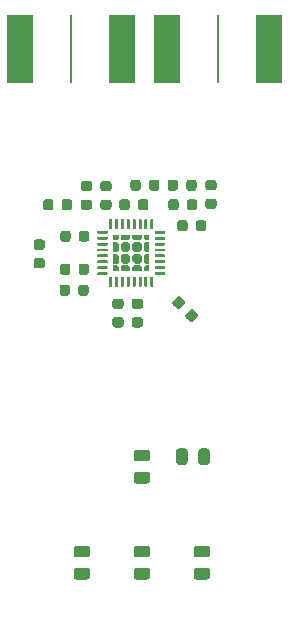
<source format=gbr>
G04 #@! TF.GenerationSoftware,KiCad,Pcbnew,(5.1.6)-1*
G04 #@! TF.CreationDate,2020-10-21T16:40:03-04:00*
G04 #@! TF.ProjectId,SAR_pcb,5341525f-7063-4622-9e6b-696361645f70,rev?*
G04 #@! TF.SameCoordinates,Original*
G04 #@! TF.FileFunction,Paste,Top*
G04 #@! TF.FilePolarity,Positive*
%FSLAX46Y46*%
G04 Gerber Fmt 4.6, Leading zero omitted, Abs format (unit mm)*
G04 Created by KiCad (PCBNEW (5.1.6)-1) date 2020-10-21 16:40:03*
%MOMM*%
%LPD*%
G01*
G04 APERTURE LIST*
%ADD10R,2.286000X5.842000*%
%ADD11R,0.141224X5.842000*%
%ADD12C,0.100000*%
G04 APERTURE END LIST*
G04 #@! TO.C,R7*
G36*
G01*
X141683450Y-92969700D02*
X141170950Y-92969700D01*
G75*
G02*
X140952200Y-92750950I0J218750D01*
G01*
X140952200Y-92313450D01*
G75*
G02*
X141170950Y-92094700I218750J0D01*
G01*
X141683450Y-92094700D01*
G75*
G02*
X141902200Y-92313450I0J-218750D01*
G01*
X141902200Y-92750950D01*
G75*
G02*
X141683450Y-92969700I-218750J0D01*
G01*
G37*
G36*
G01*
X141683450Y-94544700D02*
X141170950Y-94544700D01*
G75*
G02*
X140952200Y-94325950I0J218750D01*
G01*
X140952200Y-93888450D01*
G75*
G02*
X141170950Y-93669700I218750J0D01*
G01*
X141683450Y-93669700D01*
G75*
G02*
X141902200Y-93888450I0J-218750D01*
G01*
X141902200Y-94325950D01*
G75*
G02*
X141683450Y-94544700I-218750J0D01*
G01*
G37*
G04 #@! TD*
G04 #@! TO.C,R5*
G36*
G01*
X147322250Y-88016500D02*
X146809750Y-88016500D01*
G75*
G02*
X146591000Y-87797750I0J218750D01*
G01*
X146591000Y-87360250D01*
G75*
G02*
X146809750Y-87141500I218750J0D01*
G01*
X147322250Y-87141500D01*
G75*
G02*
X147541000Y-87360250I0J-218750D01*
G01*
X147541000Y-87797750D01*
G75*
G02*
X147322250Y-88016500I-218750J0D01*
G01*
G37*
G36*
G01*
X147322250Y-89591500D02*
X146809750Y-89591500D01*
G75*
G02*
X146591000Y-89372750I0J218750D01*
G01*
X146591000Y-88935250D01*
G75*
G02*
X146809750Y-88716500I218750J0D01*
G01*
X147322250Y-88716500D01*
G75*
G02*
X147541000Y-88935250I0J-218750D01*
G01*
X147541000Y-89372750D01*
G75*
G02*
X147322250Y-89591500I-218750J0D01*
G01*
G37*
G04 #@! TD*
G04 #@! TO.C,R4*
G36*
G01*
X145158750Y-88716500D02*
X145671250Y-88716500D01*
G75*
G02*
X145890000Y-88935250I0J-218750D01*
G01*
X145890000Y-89372750D01*
G75*
G02*
X145671250Y-89591500I-218750J0D01*
G01*
X145158750Y-89591500D01*
G75*
G02*
X144940000Y-89372750I0J218750D01*
G01*
X144940000Y-88935250D01*
G75*
G02*
X145158750Y-88716500I218750J0D01*
G01*
G37*
G36*
G01*
X145158750Y-87141500D02*
X145671250Y-87141500D01*
G75*
G02*
X145890000Y-87360250I0J-218750D01*
G01*
X145890000Y-87797750D01*
G75*
G02*
X145671250Y-88016500I-218750J0D01*
G01*
X145158750Y-88016500D01*
G75*
G02*
X144940000Y-87797750I0J218750D01*
G01*
X144940000Y-87360250D01*
G75*
G02*
X145158750Y-87141500I218750J0D01*
G01*
G37*
G04 #@! TD*
G04 #@! TO.C,R3*
G36*
G01*
X150718000Y-87759250D02*
X150718000Y-87246750D01*
G75*
G02*
X150936750Y-87028000I218750J0D01*
G01*
X151374250Y-87028000D01*
G75*
G02*
X151593000Y-87246750I0J-218750D01*
G01*
X151593000Y-87759250D01*
G75*
G02*
X151374250Y-87978000I-218750J0D01*
G01*
X150936750Y-87978000D01*
G75*
G02*
X150718000Y-87759250I0J218750D01*
G01*
G37*
G36*
G01*
X149143000Y-87759250D02*
X149143000Y-87246750D01*
G75*
G02*
X149361750Y-87028000I218750J0D01*
G01*
X149799250Y-87028000D01*
G75*
G02*
X150018000Y-87246750I0J-218750D01*
G01*
X150018000Y-87759250D01*
G75*
G02*
X149799250Y-87978000I-218750J0D01*
G01*
X149361750Y-87978000D01*
G75*
G02*
X149143000Y-87759250I0J218750D01*
G01*
G37*
G04 #@! TD*
G04 #@! TO.C,R2*
G36*
G01*
X153867500Y-87759250D02*
X153867500Y-87246750D01*
G75*
G02*
X154086250Y-87028000I218750J0D01*
G01*
X154523750Y-87028000D01*
G75*
G02*
X154742500Y-87246750I0J-218750D01*
G01*
X154742500Y-87759250D01*
G75*
G02*
X154523750Y-87978000I-218750J0D01*
G01*
X154086250Y-87978000D01*
G75*
G02*
X153867500Y-87759250I0J218750D01*
G01*
G37*
G36*
G01*
X152292500Y-87759250D02*
X152292500Y-87246750D01*
G75*
G02*
X152511250Y-87028000I218750J0D01*
G01*
X152948750Y-87028000D01*
G75*
G02*
X153167500Y-87246750I0J-218750D01*
G01*
X153167500Y-87759250D01*
G75*
G02*
X152948750Y-87978000I-218750J0D01*
G01*
X152511250Y-87978000D01*
G75*
G02*
X152292500Y-87759250I0J218750D01*
G01*
G37*
G04 #@! TD*
G04 #@! TO.C,R1*
G36*
G01*
X149780500Y-89410250D02*
X149780500Y-88897750D01*
G75*
G02*
X149999250Y-88679000I218750J0D01*
G01*
X150436750Y-88679000D01*
G75*
G02*
X150655500Y-88897750I0J-218750D01*
G01*
X150655500Y-89410250D01*
G75*
G02*
X150436750Y-89629000I-218750J0D01*
G01*
X149999250Y-89629000D01*
G75*
G02*
X149780500Y-89410250I0J218750D01*
G01*
G37*
G36*
G01*
X148205500Y-89410250D02*
X148205500Y-88897750D01*
G75*
G02*
X148424250Y-88679000I218750J0D01*
G01*
X148861750Y-88679000D01*
G75*
G02*
X149080500Y-88897750I0J-218750D01*
G01*
X149080500Y-89410250D01*
G75*
G02*
X148861750Y-89629000I-218750J0D01*
G01*
X148424250Y-89629000D01*
G75*
G02*
X148205500Y-89410250I0J218750D01*
G01*
G37*
G04 #@! TD*
G04 #@! TO.C,L2*
G36*
G01*
X142626500Y-88897750D02*
X142626500Y-89410250D01*
G75*
G02*
X142407750Y-89629000I-218750J0D01*
G01*
X141970250Y-89629000D01*
G75*
G02*
X141751500Y-89410250I0J218750D01*
G01*
X141751500Y-88897750D01*
G75*
G02*
X141970250Y-88679000I218750J0D01*
G01*
X142407750Y-88679000D01*
G75*
G02*
X142626500Y-88897750I0J-218750D01*
G01*
G37*
G36*
G01*
X144201500Y-88897750D02*
X144201500Y-89410250D01*
G75*
G02*
X143982750Y-89629000I-218750J0D01*
G01*
X143545250Y-89629000D01*
G75*
G02*
X143326500Y-89410250I0J218750D01*
G01*
X143326500Y-88897750D01*
G75*
G02*
X143545250Y-88679000I218750J0D01*
G01*
X143982750Y-88679000D01*
G75*
G02*
X144201500Y-88897750I0J-218750D01*
G01*
G37*
G04 #@! TD*
G04 #@! TO.C,C21*
G36*
G01*
X149476750Y-98673500D02*
X149989250Y-98673500D01*
G75*
G02*
X150208000Y-98892250I0J-218750D01*
G01*
X150208000Y-99329750D01*
G75*
G02*
X149989250Y-99548500I-218750J0D01*
G01*
X149476750Y-99548500D01*
G75*
G02*
X149258000Y-99329750I0J218750D01*
G01*
X149258000Y-98892250D01*
G75*
G02*
X149476750Y-98673500I218750J0D01*
G01*
G37*
G36*
G01*
X149476750Y-97098500D02*
X149989250Y-97098500D01*
G75*
G02*
X150208000Y-97317250I0J-218750D01*
G01*
X150208000Y-97754750D01*
G75*
G02*
X149989250Y-97973500I-218750J0D01*
G01*
X149476750Y-97973500D01*
G75*
G02*
X149258000Y-97754750I0J218750D01*
G01*
X149258000Y-97317250D01*
G75*
G02*
X149476750Y-97098500I218750J0D01*
G01*
G37*
G04 #@! TD*
G04 #@! TO.C,C20*
G36*
G01*
X153835939Y-98419931D02*
X154198331Y-98057538D01*
G75*
G02*
X154507691Y-98057538I154680J-154680D01*
G01*
X154817050Y-98366897D01*
G75*
G02*
X154817050Y-98676257I-154680J-154680D01*
G01*
X154454657Y-99038650D01*
G75*
G02*
X154145297Y-99038650I-154680J154680D01*
G01*
X153835938Y-98729291D01*
G75*
G02*
X153835938Y-98419931I154680J154680D01*
G01*
G37*
G36*
G01*
X152722245Y-97306237D02*
X153084637Y-96943844D01*
G75*
G02*
X153393997Y-96943844I154680J-154680D01*
G01*
X153703356Y-97253203D01*
G75*
G02*
X153703356Y-97562563I-154680J-154680D01*
G01*
X153340963Y-97924956D01*
G75*
G02*
X153031603Y-97924956I-154680J154680D01*
G01*
X152722244Y-97615597D01*
G75*
G02*
X152722244Y-97306237I154680J154680D01*
G01*
G37*
G04 #@! TD*
G04 #@! TO.C,C19*
G36*
G01*
X147825750Y-98673500D02*
X148338250Y-98673500D01*
G75*
G02*
X148557000Y-98892250I0J-218750D01*
G01*
X148557000Y-99329750D01*
G75*
G02*
X148338250Y-99548500I-218750J0D01*
G01*
X147825750Y-99548500D01*
G75*
G02*
X147607000Y-99329750I0J218750D01*
G01*
X147607000Y-98892250D01*
G75*
G02*
X147825750Y-98673500I218750J0D01*
G01*
G37*
G36*
G01*
X147825750Y-97098500D02*
X148338250Y-97098500D01*
G75*
G02*
X148557000Y-97317250I0J-218750D01*
G01*
X148557000Y-97754750D01*
G75*
G02*
X148338250Y-97973500I-218750J0D01*
G01*
X147825750Y-97973500D01*
G75*
G02*
X147607000Y-97754750I0J218750D01*
G01*
X147607000Y-97317250D01*
G75*
G02*
X147825750Y-97098500I218750J0D01*
G01*
G37*
G04 #@! TD*
G04 #@! TO.C,C18*
G36*
G01*
X144023500Y-96136750D02*
X144023500Y-96649250D01*
G75*
G02*
X143804750Y-96868000I-218750J0D01*
G01*
X143367250Y-96868000D01*
G75*
G02*
X143148500Y-96649250I0J218750D01*
G01*
X143148500Y-96136750D01*
G75*
G02*
X143367250Y-95918000I218750J0D01*
G01*
X143804750Y-95918000D01*
G75*
G02*
X144023500Y-96136750I0J-218750D01*
G01*
G37*
G36*
G01*
X145598500Y-96136750D02*
X145598500Y-96649250D01*
G75*
G02*
X145379750Y-96868000I-218750J0D01*
G01*
X144942250Y-96868000D01*
G75*
G02*
X144723500Y-96649250I0J218750D01*
G01*
X144723500Y-96136750D01*
G75*
G02*
X144942250Y-95918000I218750J0D01*
G01*
X145379750Y-95918000D01*
G75*
G02*
X145598500Y-96136750I0J-218750D01*
G01*
G37*
G04 #@! TD*
G04 #@! TO.C,C17*
G36*
G01*
X154680500Y-91188250D02*
X154680500Y-90675750D01*
G75*
G02*
X154899250Y-90457000I218750J0D01*
G01*
X155336750Y-90457000D01*
G75*
G02*
X155555500Y-90675750I0J-218750D01*
G01*
X155555500Y-91188250D01*
G75*
G02*
X155336750Y-91407000I-218750J0D01*
G01*
X154899250Y-91407000D01*
G75*
G02*
X154680500Y-91188250I0J218750D01*
G01*
G37*
G36*
G01*
X153105500Y-91188250D02*
X153105500Y-90675750D01*
G75*
G02*
X153324250Y-90457000I218750J0D01*
G01*
X153761750Y-90457000D01*
G75*
G02*
X153980500Y-90675750I0J-218750D01*
G01*
X153980500Y-91188250D01*
G75*
G02*
X153761750Y-91407000I-218750J0D01*
G01*
X153324250Y-91407000D01*
G75*
G02*
X153105500Y-91188250I0J218750D01*
G01*
G37*
G04 #@! TD*
G04 #@! TO.C,C15*
G36*
G01*
X144051153Y-94358750D02*
X144051153Y-94871250D01*
G75*
G02*
X143832403Y-95090000I-218750J0D01*
G01*
X143394903Y-95090000D01*
G75*
G02*
X143176153Y-94871250I0J218750D01*
G01*
X143176153Y-94358750D01*
G75*
G02*
X143394903Y-94140000I218750J0D01*
G01*
X143832403Y-94140000D01*
G75*
G02*
X144051153Y-94358750I0J-218750D01*
G01*
G37*
G36*
G01*
X145626153Y-94358750D02*
X145626153Y-94871250D01*
G75*
G02*
X145407403Y-95090000I-218750J0D01*
G01*
X144969903Y-95090000D01*
G75*
G02*
X144751153Y-94871250I0J218750D01*
G01*
X144751153Y-94358750D01*
G75*
G02*
X144969903Y-94140000I218750J0D01*
G01*
X145407403Y-94140000D01*
G75*
G02*
X145626153Y-94358750I0J-218750D01*
G01*
G37*
G04 #@! TD*
G04 #@! TO.C,C14*
G36*
G01*
X153918500Y-89410250D02*
X153918500Y-88897750D01*
G75*
G02*
X154137250Y-88679000I218750J0D01*
G01*
X154574750Y-88679000D01*
G75*
G02*
X154793500Y-88897750I0J-218750D01*
G01*
X154793500Y-89410250D01*
G75*
G02*
X154574750Y-89629000I-218750J0D01*
G01*
X154137250Y-89629000D01*
G75*
G02*
X153918500Y-89410250I0J218750D01*
G01*
G37*
G36*
G01*
X152343500Y-89410250D02*
X152343500Y-88897750D01*
G75*
G02*
X152562250Y-88679000I218750J0D01*
G01*
X152999750Y-88679000D01*
G75*
G02*
X153218500Y-88897750I0J-218750D01*
G01*
X153218500Y-89410250D01*
G75*
G02*
X152999750Y-89629000I-218750J0D01*
G01*
X152562250Y-89629000D01*
G75*
G02*
X152343500Y-89410250I0J218750D01*
G01*
G37*
G04 #@! TD*
G04 #@! TO.C,C13*
G36*
G01*
X144074500Y-91564750D02*
X144074500Y-92077250D01*
G75*
G02*
X143855750Y-92296000I-218750J0D01*
G01*
X143418250Y-92296000D01*
G75*
G02*
X143199500Y-92077250I0J218750D01*
G01*
X143199500Y-91564750D01*
G75*
G02*
X143418250Y-91346000I218750J0D01*
G01*
X143855750Y-91346000D01*
G75*
G02*
X144074500Y-91564750I0J-218750D01*
G01*
G37*
G36*
G01*
X145649500Y-91564750D02*
X145649500Y-92077250D01*
G75*
G02*
X145430750Y-92296000I-218750J0D01*
G01*
X144993250Y-92296000D01*
G75*
G02*
X144774500Y-92077250I0J218750D01*
G01*
X144774500Y-91564750D01*
G75*
G02*
X144993250Y-91346000I218750J0D01*
G01*
X145430750Y-91346000D01*
G75*
G02*
X145649500Y-91564750I0J-218750D01*
G01*
G37*
G04 #@! TD*
D10*
G04 #@! TO.C,J10*
X152273000Y-75996021D03*
X160909000Y-75996021D03*
D11*
X156591000Y-75996021D03*
G04 #@! TD*
D10*
G04 #@! TO.C,J9*
X139827000Y-75984100D03*
X148463000Y-75984100D03*
D11*
X144145000Y-75984100D03*
G04 #@! TD*
G04 #@! TO.C,C1*
G36*
G01*
X154737750Y-118033500D02*
X155650250Y-118033500D01*
G75*
G02*
X155894000Y-118277250I0J-243750D01*
G01*
X155894000Y-118764750D01*
G75*
G02*
X155650250Y-119008500I-243750J0D01*
G01*
X154737750Y-119008500D01*
G75*
G02*
X154494000Y-118764750I0J243750D01*
G01*
X154494000Y-118277250D01*
G75*
G02*
X154737750Y-118033500I243750J0D01*
G01*
G37*
G36*
G01*
X154737750Y-119908500D02*
X155650250Y-119908500D01*
G75*
G02*
X155894000Y-120152250I0J-243750D01*
G01*
X155894000Y-120639750D01*
G75*
G02*
X155650250Y-120883500I-243750J0D01*
G01*
X154737750Y-120883500D01*
G75*
G02*
X154494000Y-120639750I0J243750D01*
G01*
X154494000Y-120152250D01*
G75*
G02*
X154737750Y-119908500I243750J0D01*
G01*
G37*
G04 #@! TD*
G04 #@! TO.C,C2*
G36*
G01*
X149657750Y-119908500D02*
X150570250Y-119908500D01*
G75*
G02*
X150814000Y-120152250I0J-243750D01*
G01*
X150814000Y-120639750D01*
G75*
G02*
X150570250Y-120883500I-243750J0D01*
G01*
X149657750Y-120883500D01*
G75*
G02*
X149414000Y-120639750I0J243750D01*
G01*
X149414000Y-120152250D01*
G75*
G02*
X149657750Y-119908500I243750J0D01*
G01*
G37*
G36*
G01*
X149657750Y-118033500D02*
X150570250Y-118033500D01*
G75*
G02*
X150814000Y-118277250I0J-243750D01*
G01*
X150814000Y-118764750D01*
G75*
G02*
X150570250Y-119008500I-243750J0D01*
G01*
X149657750Y-119008500D01*
G75*
G02*
X149414000Y-118764750I0J243750D01*
G01*
X149414000Y-118277250D01*
G75*
G02*
X149657750Y-118033500I243750J0D01*
G01*
G37*
G04 #@! TD*
G04 #@! TO.C,C3*
G36*
G01*
X144577750Y-119908500D02*
X145490250Y-119908500D01*
G75*
G02*
X145734000Y-120152250I0J-243750D01*
G01*
X145734000Y-120639750D01*
G75*
G02*
X145490250Y-120883500I-243750J0D01*
G01*
X144577750Y-120883500D01*
G75*
G02*
X144334000Y-120639750I0J243750D01*
G01*
X144334000Y-120152250D01*
G75*
G02*
X144577750Y-119908500I243750J0D01*
G01*
G37*
G36*
G01*
X144577750Y-118033500D02*
X145490250Y-118033500D01*
G75*
G02*
X145734000Y-118277250I0J-243750D01*
G01*
X145734000Y-118764750D01*
G75*
G02*
X145490250Y-119008500I-243750J0D01*
G01*
X144577750Y-119008500D01*
G75*
G02*
X144334000Y-118764750I0J243750D01*
G01*
X144334000Y-118277250D01*
G75*
G02*
X144577750Y-118033500I243750J0D01*
G01*
G37*
G04 #@! TD*
G04 #@! TO.C,C16*
G36*
G01*
X154882000Y-110946250D02*
X154882000Y-110033750D01*
G75*
G02*
X155125750Y-109790000I243750J0D01*
G01*
X155613250Y-109790000D01*
G75*
G02*
X155857000Y-110033750I0J-243750D01*
G01*
X155857000Y-110946250D01*
G75*
G02*
X155613250Y-111190000I-243750J0D01*
G01*
X155125750Y-111190000D01*
G75*
G02*
X154882000Y-110946250I0J243750D01*
G01*
G37*
G36*
G01*
X153007000Y-110946250D02*
X153007000Y-110033750D01*
G75*
G02*
X153250750Y-109790000I243750J0D01*
G01*
X153738250Y-109790000D01*
G75*
G02*
X153982000Y-110033750I0J-243750D01*
G01*
X153982000Y-110946250D01*
G75*
G02*
X153738250Y-111190000I-243750J0D01*
G01*
X153250750Y-111190000D01*
G75*
G02*
X153007000Y-110946250I0J243750D01*
G01*
G37*
G04 #@! TD*
G04 #@! TO.C,L1*
G36*
G01*
X155699750Y-87065500D02*
X156212250Y-87065500D01*
G75*
G02*
X156431000Y-87284250I0J-218750D01*
G01*
X156431000Y-87721750D01*
G75*
G02*
X156212250Y-87940500I-218750J0D01*
G01*
X155699750Y-87940500D01*
G75*
G02*
X155481000Y-87721750I0J218750D01*
G01*
X155481000Y-87284250D01*
G75*
G02*
X155699750Y-87065500I218750J0D01*
G01*
G37*
G36*
G01*
X155699750Y-88640500D02*
X156212250Y-88640500D01*
G75*
G02*
X156431000Y-88859250I0J-218750D01*
G01*
X156431000Y-89296750D01*
G75*
G02*
X156212250Y-89515500I-218750J0D01*
G01*
X155699750Y-89515500D01*
G75*
G02*
X155481000Y-89296750I0J218750D01*
G01*
X155481000Y-88859250D01*
G75*
G02*
X155699750Y-88640500I218750J0D01*
G01*
G37*
G04 #@! TD*
G04 #@! TO.C,R6*
G36*
G01*
X150570250Y-112755500D02*
X149657750Y-112755500D01*
G75*
G02*
X149414000Y-112511750I0J243750D01*
G01*
X149414000Y-112024250D01*
G75*
G02*
X149657750Y-111780500I243750J0D01*
G01*
X150570250Y-111780500D01*
G75*
G02*
X150814000Y-112024250I0J-243750D01*
G01*
X150814000Y-112511750D01*
G75*
G02*
X150570250Y-112755500I-243750J0D01*
G01*
G37*
G36*
G01*
X150570250Y-110880500D02*
X149657750Y-110880500D01*
G75*
G02*
X149414000Y-110636750I0J243750D01*
G01*
X149414000Y-110149250D01*
G75*
G02*
X149657750Y-109905500I243750J0D01*
G01*
X150570250Y-109905500D01*
G75*
G02*
X150814000Y-110149250I0J-243750D01*
G01*
X150814000Y-110636750D01*
G75*
G02*
X150570250Y-110880500I-243750J0D01*
G01*
G37*
G04 #@! TD*
G04 #@! TO.C,U2*
G36*
G01*
X148301567Y-92934797D02*
X148301567Y-92531683D01*
G75*
G02*
X148503123Y-92330127I201556J0D01*
G01*
X148906237Y-92330127D01*
G75*
G02*
X149107793Y-92531683I0J-201556D01*
G01*
X149107793Y-92934797D01*
G75*
G02*
X148906237Y-93136353I-201556J0D01*
G01*
X148503123Y-93136353D01*
G75*
G02*
X148301567Y-92934797I0J201556D01*
G01*
G37*
G36*
G01*
X148301567Y-93934797D02*
X148301567Y-93531683D01*
G75*
G02*
X148503123Y-93330127I201556J0D01*
G01*
X148906237Y-93330127D01*
G75*
G02*
X149107793Y-93531683I0J-201556D01*
G01*
X149107793Y-93934797D01*
G75*
G02*
X148906237Y-94136353I-201556J0D01*
G01*
X148503123Y-94136353D01*
G75*
G02*
X148301567Y-93934797I0J201556D01*
G01*
G37*
G36*
G01*
X149301567Y-92934797D02*
X149301567Y-92531683D01*
G75*
G02*
X149503123Y-92330127I201556J0D01*
G01*
X149906237Y-92330127D01*
G75*
G02*
X150107793Y-92531683I0J-201556D01*
G01*
X150107793Y-92934797D01*
G75*
G02*
X149906237Y-93136353I-201556J0D01*
G01*
X149503123Y-93136353D01*
G75*
G02*
X149301567Y-92934797I0J201556D01*
G01*
G37*
G36*
G01*
X149301567Y-93934797D02*
X149301567Y-93531683D01*
G75*
G02*
X149503123Y-93330127I201556J0D01*
G01*
X149906237Y-93330127D01*
G75*
G02*
X150107793Y-93531683I0J-201556D01*
G01*
X150107793Y-93934797D01*
G75*
G02*
X149906237Y-94136353I-201556J0D01*
G01*
X149503123Y-94136353D01*
G75*
G02*
X149301567Y-93934797I0J201556D01*
G01*
G37*
D12*
G36*
X148151392Y-92462795D02*
G01*
X148151392Y-93003685D01*
X148018724Y-93136353D01*
X147707968Y-93136353D01*
X147707968Y-92330127D01*
X148018724Y-92330127D01*
X148151392Y-92462795D01*
G37*
G36*
X148151392Y-93462795D02*
G01*
X148151392Y-94003685D01*
X148018724Y-94136353D01*
X147707968Y-94136353D01*
X147707968Y-93330127D01*
X148018724Y-93330127D01*
X148151392Y-93462795D01*
G37*
G36*
X150701392Y-93136353D02*
G01*
X150390636Y-93136353D01*
X150257968Y-93003685D01*
X150257968Y-92462795D01*
X150390636Y-92330127D01*
X150701392Y-92330127D01*
X150701392Y-93136353D01*
G37*
G36*
X150701392Y-94136353D02*
G01*
X150390636Y-94136353D01*
X150257968Y-94003685D01*
X150257968Y-93462795D01*
X150390636Y-93330127D01*
X150701392Y-93330127D01*
X150701392Y-94136353D01*
G37*
G36*
X149107793Y-92047284D02*
G01*
X148975125Y-92179952D01*
X148434235Y-92179952D01*
X148301567Y-92047284D01*
X148301567Y-91736528D01*
X149107793Y-91736528D01*
X149107793Y-92047284D01*
G37*
G36*
X150107793Y-92047284D02*
G01*
X149975125Y-92179952D01*
X149434235Y-92179952D01*
X149301567Y-92047284D01*
X149301567Y-91736528D01*
X150107793Y-91736528D01*
X150107793Y-92047284D01*
G37*
G36*
X149107793Y-94419196D02*
G01*
X149107793Y-94729952D01*
X148301567Y-94729952D01*
X148301567Y-94419196D01*
X148434235Y-94286528D01*
X148975125Y-94286528D01*
X149107793Y-94419196D01*
G37*
G36*
X150107793Y-94419196D02*
G01*
X150107793Y-94729952D01*
X149301567Y-94729952D01*
X149301567Y-94419196D01*
X149434235Y-94286528D01*
X149975125Y-94286528D01*
X150107793Y-94419196D01*
G37*
G36*
X148151392Y-92003685D02*
G01*
X147975125Y-92179952D01*
X147707968Y-92179952D01*
X147707968Y-91736528D01*
X148151392Y-91736528D01*
X148151392Y-92003685D01*
G37*
G36*
X148151392Y-94462795D02*
G01*
X148151392Y-94729952D01*
X147707968Y-94729952D01*
X147707968Y-94286528D01*
X147975125Y-94286528D01*
X148151392Y-94462795D01*
G37*
G36*
X150701392Y-92179952D02*
G01*
X150434235Y-92179952D01*
X150257968Y-92003685D01*
X150257968Y-91736528D01*
X150701392Y-91736528D01*
X150701392Y-92179952D01*
G37*
G36*
X150701392Y-94729952D02*
G01*
X150257968Y-94729952D01*
X150257968Y-94462795D01*
X150434235Y-94286528D01*
X150701392Y-94286528D01*
X150701392Y-94729952D01*
G37*
G36*
G01*
X146329680Y-91545740D02*
X146329680Y-91420740D01*
G75*
G02*
X146392180Y-91358240I62500J0D01*
G01*
X147142180Y-91358240D01*
G75*
G02*
X147204680Y-91420740I0J-62500D01*
G01*
X147204680Y-91545740D01*
G75*
G02*
X147142180Y-91608240I-62500J0D01*
G01*
X146392180Y-91608240D01*
G75*
G02*
X146329680Y-91545740I0J62500D01*
G01*
G37*
G36*
G01*
X146329680Y-92045740D02*
X146329680Y-91920740D01*
G75*
G02*
X146392180Y-91858240I62500J0D01*
G01*
X147142180Y-91858240D01*
G75*
G02*
X147204680Y-91920740I0J-62500D01*
G01*
X147204680Y-92045740D01*
G75*
G02*
X147142180Y-92108240I-62500J0D01*
G01*
X146392180Y-92108240D01*
G75*
G02*
X146329680Y-92045740I0J62500D01*
G01*
G37*
G36*
G01*
X146329680Y-92545740D02*
X146329680Y-92420740D01*
G75*
G02*
X146392180Y-92358240I62500J0D01*
G01*
X147142180Y-92358240D01*
G75*
G02*
X147204680Y-92420740I0J-62500D01*
G01*
X147204680Y-92545740D01*
G75*
G02*
X147142180Y-92608240I-62500J0D01*
G01*
X146392180Y-92608240D01*
G75*
G02*
X146329680Y-92545740I0J62500D01*
G01*
G37*
G36*
G01*
X146329680Y-93045740D02*
X146329680Y-92920740D01*
G75*
G02*
X146392180Y-92858240I62500J0D01*
G01*
X147142180Y-92858240D01*
G75*
G02*
X147204680Y-92920740I0J-62500D01*
G01*
X147204680Y-93045740D01*
G75*
G02*
X147142180Y-93108240I-62500J0D01*
G01*
X146392180Y-93108240D01*
G75*
G02*
X146329680Y-93045740I0J62500D01*
G01*
G37*
G36*
G01*
X146329680Y-93545740D02*
X146329680Y-93420740D01*
G75*
G02*
X146392180Y-93358240I62500J0D01*
G01*
X147142180Y-93358240D01*
G75*
G02*
X147204680Y-93420740I0J-62500D01*
G01*
X147204680Y-93545740D01*
G75*
G02*
X147142180Y-93608240I-62500J0D01*
G01*
X146392180Y-93608240D01*
G75*
G02*
X146329680Y-93545740I0J62500D01*
G01*
G37*
G36*
G01*
X146329680Y-94045740D02*
X146329680Y-93920740D01*
G75*
G02*
X146392180Y-93858240I62500J0D01*
G01*
X147142180Y-93858240D01*
G75*
G02*
X147204680Y-93920740I0J-62500D01*
G01*
X147204680Y-94045740D01*
G75*
G02*
X147142180Y-94108240I-62500J0D01*
G01*
X146392180Y-94108240D01*
G75*
G02*
X146329680Y-94045740I0J62500D01*
G01*
G37*
G36*
G01*
X146329680Y-94545740D02*
X146329680Y-94420740D01*
G75*
G02*
X146392180Y-94358240I62500J0D01*
G01*
X147142180Y-94358240D01*
G75*
G02*
X147204680Y-94420740I0J-62500D01*
G01*
X147204680Y-94545740D01*
G75*
G02*
X147142180Y-94608240I-62500J0D01*
G01*
X146392180Y-94608240D01*
G75*
G02*
X146329680Y-94545740I0J62500D01*
G01*
G37*
G36*
G01*
X146329680Y-95045740D02*
X146329680Y-94920740D01*
G75*
G02*
X146392180Y-94858240I62500J0D01*
G01*
X147142180Y-94858240D01*
G75*
G02*
X147204680Y-94920740I0J-62500D01*
G01*
X147204680Y-95045740D01*
G75*
G02*
X147142180Y-95108240I-62500J0D01*
G01*
X146392180Y-95108240D01*
G75*
G02*
X146329680Y-95045740I0J62500D01*
G01*
G37*
G36*
G01*
X147329680Y-96045740D02*
X147329680Y-95295740D01*
G75*
G02*
X147392180Y-95233240I62500J0D01*
G01*
X147517180Y-95233240D01*
G75*
G02*
X147579680Y-95295740I0J-62500D01*
G01*
X147579680Y-96045740D01*
G75*
G02*
X147517180Y-96108240I-62500J0D01*
G01*
X147392180Y-96108240D01*
G75*
G02*
X147329680Y-96045740I0J62500D01*
G01*
G37*
G36*
G01*
X147829680Y-96045740D02*
X147829680Y-95295740D01*
G75*
G02*
X147892180Y-95233240I62500J0D01*
G01*
X148017180Y-95233240D01*
G75*
G02*
X148079680Y-95295740I0J-62500D01*
G01*
X148079680Y-96045740D01*
G75*
G02*
X148017180Y-96108240I-62500J0D01*
G01*
X147892180Y-96108240D01*
G75*
G02*
X147829680Y-96045740I0J62500D01*
G01*
G37*
G36*
G01*
X148329680Y-96045740D02*
X148329680Y-95295740D01*
G75*
G02*
X148392180Y-95233240I62500J0D01*
G01*
X148517180Y-95233240D01*
G75*
G02*
X148579680Y-95295740I0J-62500D01*
G01*
X148579680Y-96045740D01*
G75*
G02*
X148517180Y-96108240I-62500J0D01*
G01*
X148392180Y-96108240D01*
G75*
G02*
X148329680Y-96045740I0J62500D01*
G01*
G37*
G36*
G01*
X148829680Y-96045740D02*
X148829680Y-95295740D01*
G75*
G02*
X148892180Y-95233240I62500J0D01*
G01*
X149017180Y-95233240D01*
G75*
G02*
X149079680Y-95295740I0J-62500D01*
G01*
X149079680Y-96045740D01*
G75*
G02*
X149017180Y-96108240I-62500J0D01*
G01*
X148892180Y-96108240D01*
G75*
G02*
X148829680Y-96045740I0J62500D01*
G01*
G37*
G36*
G01*
X149329680Y-96045740D02*
X149329680Y-95295740D01*
G75*
G02*
X149392180Y-95233240I62500J0D01*
G01*
X149517180Y-95233240D01*
G75*
G02*
X149579680Y-95295740I0J-62500D01*
G01*
X149579680Y-96045740D01*
G75*
G02*
X149517180Y-96108240I-62500J0D01*
G01*
X149392180Y-96108240D01*
G75*
G02*
X149329680Y-96045740I0J62500D01*
G01*
G37*
G36*
G01*
X149829680Y-96045740D02*
X149829680Y-95295740D01*
G75*
G02*
X149892180Y-95233240I62500J0D01*
G01*
X150017180Y-95233240D01*
G75*
G02*
X150079680Y-95295740I0J-62500D01*
G01*
X150079680Y-96045740D01*
G75*
G02*
X150017180Y-96108240I-62500J0D01*
G01*
X149892180Y-96108240D01*
G75*
G02*
X149829680Y-96045740I0J62500D01*
G01*
G37*
G36*
G01*
X150329680Y-96045740D02*
X150329680Y-95295740D01*
G75*
G02*
X150392180Y-95233240I62500J0D01*
G01*
X150517180Y-95233240D01*
G75*
G02*
X150579680Y-95295740I0J-62500D01*
G01*
X150579680Y-96045740D01*
G75*
G02*
X150517180Y-96108240I-62500J0D01*
G01*
X150392180Y-96108240D01*
G75*
G02*
X150329680Y-96045740I0J62500D01*
G01*
G37*
G36*
G01*
X150829680Y-96045740D02*
X150829680Y-95295740D01*
G75*
G02*
X150892180Y-95233240I62500J0D01*
G01*
X151017180Y-95233240D01*
G75*
G02*
X151079680Y-95295740I0J-62500D01*
G01*
X151079680Y-96045740D01*
G75*
G02*
X151017180Y-96108240I-62500J0D01*
G01*
X150892180Y-96108240D01*
G75*
G02*
X150829680Y-96045740I0J62500D01*
G01*
G37*
G36*
G01*
X151204680Y-95045740D02*
X151204680Y-94920740D01*
G75*
G02*
X151267180Y-94858240I62500J0D01*
G01*
X152017180Y-94858240D01*
G75*
G02*
X152079680Y-94920740I0J-62500D01*
G01*
X152079680Y-95045740D01*
G75*
G02*
X152017180Y-95108240I-62500J0D01*
G01*
X151267180Y-95108240D01*
G75*
G02*
X151204680Y-95045740I0J62500D01*
G01*
G37*
G36*
G01*
X151204680Y-94545740D02*
X151204680Y-94420740D01*
G75*
G02*
X151267180Y-94358240I62500J0D01*
G01*
X152017180Y-94358240D01*
G75*
G02*
X152079680Y-94420740I0J-62500D01*
G01*
X152079680Y-94545740D01*
G75*
G02*
X152017180Y-94608240I-62500J0D01*
G01*
X151267180Y-94608240D01*
G75*
G02*
X151204680Y-94545740I0J62500D01*
G01*
G37*
G36*
G01*
X151204680Y-94045740D02*
X151204680Y-93920740D01*
G75*
G02*
X151267180Y-93858240I62500J0D01*
G01*
X152017180Y-93858240D01*
G75*
G02*
X152079680Y-93920740I0J-62500D01*
G01*
X152079680Y-94045740D01*
G75*
G02*
X152017180Y-94108240I-62500J0D01*
G01*
X151267180Y-94108240D01*
G75*
G02*
X151204680Y-94045740I0J62500D01*
G01*
G37*
G36*
G01*
X151204680Y-93545740D02*
X151204680Y-93420740D01*
G75*
G02*
X151267180Y-93358240I62500J0D01*
G01*
X152017180Y-93358240D01*
G75*
G02*
X152079680Y-93420740I0J-62500D01*
G01*
X152079680Y-93545740D01*
G75*
G02*
X152017180Y-93608240I-62500J0D01*
G01*
X151267180Y-93608240D01*
G75*
G02*
X151204680Y-93545740I0J62500D01*
G01*
G37*
G36*
G01*
X151204680Y-93045740D02*
X151204680Y-92920740D01*
G75*
G02*
X151267180Y-92858240I62500J0D01*
G01*
X152017180Y-92858240D01*
G75*
G02*
X152079680Y-92920740I0J-62500D01*
G01*
X152079680Y-93045740D01*
G75*
G02*
X152017180Y-93108240I-62500J0D01*
G01*
X151267180Y-93108240D01*
G75*
G02*
X151204680Y-93045740I0J62500D01*
G01*
G37*
G36*
G01*
X151204680Y-92545740D02*
X151204680Y-92420740D01*
G75*
G02*
X151267180Y-92358240I62500J0D01*
G01*
X152017180Y-92358240D01*
G75*
G02*
X152079680Y-92420740I0J-62500D01*
G01*
X152079680Y-92545740D01*
G75*
G02*
X152017180Y-92608240I-62500J0D01*
G01*
X151267180Y-92608240D01*
G75*
G02*
X151204680Y-92545740I0J62500D01*
G01*
G37*
G36*
G01*
X151204680Y-92045740D02*
X151204680Y-91920740D01*
G75*
G02*
X151267180Y-91858240I62500J0D01*
G01*
X152017180Y-91858240D01*
G75*
G02*
X152079680Y-91920740I0J-62500D01*
G01*
X152079680Y-92045740D01*
G75*
G02*
X152017180Y-92108240I-62500J0D01*
G01*
X151267180Y-92108240D01*
G75*
G02*
X151204680Y-92045740I0J62500D01*
G01*
G37*
G36*
G01*
X151204680Y-91545740D02*
X151204680Y-91420740D01*
G75*
G02*
X151267180Y-91358240I62500J0D01*
G01*
X152017180Y-91358240D01*
G75*
G02*
X152079680Y-91420740I0J-62500D01*
G01*
X152079680Y-91545740D01*
G75*
G02*
X152017180Y-91608240I-62500J0D01*
G01*
X151267180Y-91608240D01*
G75*
G02*
X151204680Y-91545740I0J62500D01*
G01*
G37*
G36*
G01*
X150829680Y-91170740D02*
X150829680Y-90420740D01*
G75*
G02*
X150892180Y-90358240I62500J0D01*
G01*
X151017180Y-90358240D01*
G75*
G02*
X151079680Y-90420740I0J-62500D01*
G01*
X151079680Y-91170740D01*
G75*
G02*
X151017180Y-91233240I-62500J0D01*
G01*
X150892180Y-91233240D01*
G75*
G02*
X150829680Y-91170740I0J62500D01*
G01*
G37*
G36*
G01*
X150329680Y-91170740D02*
X150329680Y-90420740D01*
G75*
G02*
X150392180Y-90358240I62500J0D01*
G01*
X150517180Y-90358240D01*
G75*
G02*
X150579680Y-90420740I0J-62500D01*
G01*
X150579680Y-91170740D01*
G75*
G02*
X150517180Y-91233240I-62500J0D01*
G01*
X150392180Y-91233240D01*
G75*
G02*
X150329680Y-91170740I0J62500D01*
G01*
G37*
G36*
G01*
X149829680Y-91170740D02*
X149829680Y-90420740D01*
G75*
G02*
X149892180Y-90358240I62500J0D01*
G01*
X150017180Y-90358240D01*
G75*
G02*
X150079680Y-90420740I0J-62500D01*
G01*
X150079680Y-91170740D01*
G75*
G02*
X150017180Y-91233240I-62500J0D01*
G01*
X149892180Y-91233240D01*
G75*
G02*
X149829680Y-91170740I0J62500D01*
G01*
G37*
G36*
G01*
X149329680Y-91170740D02*
X149329680Y-90420740D01*
G75*
G02*
X149392180Y-90358240I62500J0D01*
G01*
X149517180Y-90358240D01*
G75*
G02*
X149579680Y-90420740I0J-62500D01*
G01*
X149579680Y-91170740D01*
G75*
G02*
X149517180Y-91233240I-62500J0D01*
G01*
X149392180Y-91233240D01*
G75*
G02*
X149329680Y-91170740I0J62500D01*
G01*
G37*
G36*
G01*
X148829680Y-91170740D02*
X148829680Y-90420740D01*
G75*
G02*
X148892180Y-90358240I62500J0D01*
G01*
X149017180Y-90358240D01*
G75*
G02*
X149079680Y-90420740I0J-62500D01*
G01*
X149079680Y-91170740D01*
G75*
G02*
X149017180Y-91233240I-62500J0D01*
G01*
X148892180Y-91233240D01*
G75*
G02*
X148829680Y-91170740I0J62500D01*
G01*
G37*
G36*
G01*
X148329680Y-91170740D02*
X148329680Y-90420740D01*
G75*
G02*
X148392180Y-90358240I62500J0D01*
G01*
X148517180Y-90358240D01*
G75*
G02*
X148579680Y-90420740I0J-62500D01*
G01*
X148579680Y-91170740D01*
G75*
G02*
X148517180Y-91233240I-62500J0D01*
G01*
X148392180Y-91233240D01*
G75*
G02*
X148329680Y-91170740I0J62500D01*
G01*
G37*
G36*
G01*
X147829680Y-91170740D02*
X147829680Y-90420740D01*
G75*
G02*
X147892180Y-90358240I62500J0D01*
G01*
X148017180Y-90358240D01*
G75*
G02*
X148079680Y-90420740I0J-62500D01*
G01*
X148079680Y-91170740D01*
G75*
G02*
X148017180Y-91233240I-62500J0D01*
G01*
X147892180Y-91233240D01*
G75*
G02*
X147829680Y-91170740I0J62500D01*
G01*
G37*
G36*
G01*
X147329680Y-91170740D02*
X147329680Y-90420740D01*
G75*
G02*
X147392180Y-90358240I62500J0D01*
G01*
X147517180Y-90358240D01*
G75*
G02*
X147579680Y-90420740I0J-62500D01*
G01*
X147579680Y-91170740D01*
G75*
G02*
X147517180Y-91233240I-62500J0D01*
G01*
X147392180Y-91233240D01*
G75*
G02*
X147329680Y-91170740I0J62500D01*
G01*
G37*
G04 #@! TD*
M02*

</source>
